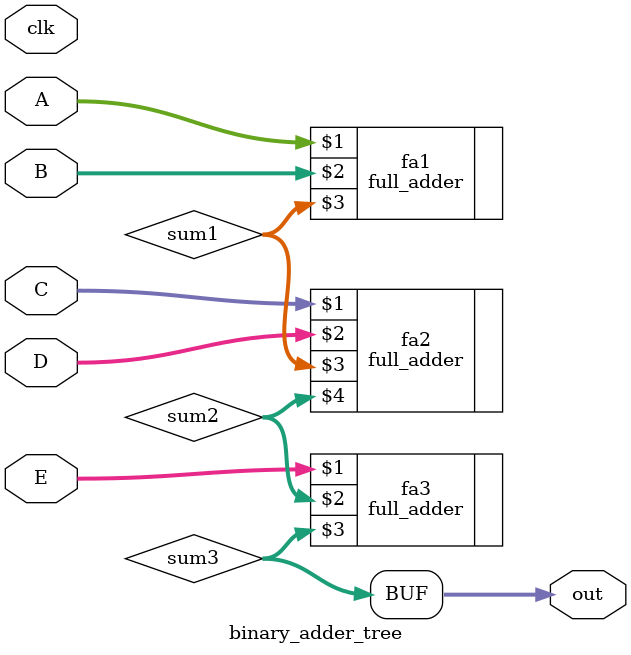
<source format=v>
module binary_adder_tree (
  input [15:0] A,
  input [15:0] B,
  input [15:0] C,
  input [15:0] D,
  input [15:0] E,
  input clk,
  output [15:0] out
);

  wire [15:0] sum1;
  wire [15:0] sum2;
  wire [15:0] sum3;

  full_adder fa1 (A, B, sum1);
  full_adder fa2 (C, D, sum1, sum2);
  full_adder fa3 (E, sum2, sum3);

  assign out = sum3;

endmodule
</source>
